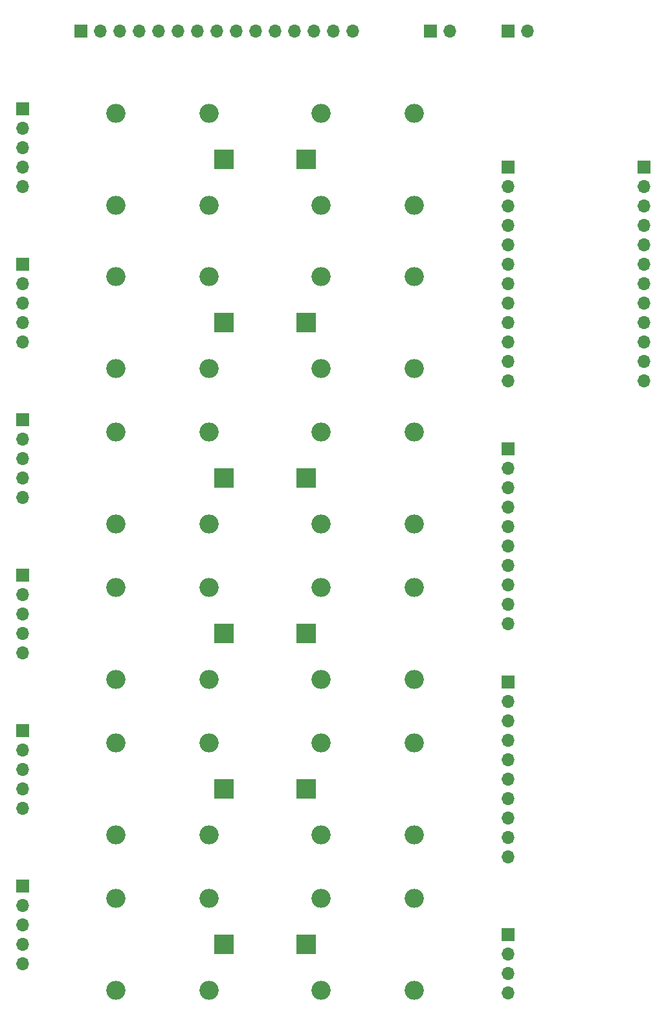
<source format=gbr>
%TF.GenerationSoftware,KiCad,Pcbnew,(6.0.9)*%
%TF.CreationDate,2023-01-03T15:05:35+01:00*%
%TF.ProjectId,BMA,424d412e-6b69-4636-9164-5f7063625858,rev?*%
%TF.SameCoordinates,Original*%
%TF.FileFunction,Soldermask,Bot*%
%TF.FilePolarity,Negative*%
%FSLAX46Y46*%
G04 Gerber Fmt 4.6, Leading zero omitted, Abs format (unit mm)*
G04 Created by KiCad (PCBNEW (6.0.9)) date 2023-01-03 15:05:35*
%MOMM*%
%LPD*%
G01*
G04 APERTURE LIST*
%ADD10R,1.700000X1.700000*%
%ADD11O,1.700000X1.700000*%
%ADD12R,2.500000X2.500000*%
%ADD13O,2.500000X2.500000*%
G04 APERTURE END LIST*
D10*
%TO.C,J7*%
X132080000Y-45720000D03*
D11*
X132080000Y-48260000D03*
X132080000Y-50800000D03*
X132080000Y-53340000D03*
X132080000Y-55880000D03*
X132080000Y-58420000D03*
X132080000Y-60960000D03*
X132080000Y-63500000D03*
X132080000Y-66040000D03*
X132080000Y-68580000D03*
X132080000Y-71120000D03*
X132080000Y-73660000D03*
%TD*%
D10*
%TO.C,J5*%
X50800000Y-58420000D03*
D11*
X50800000Y-60960000D03*
X50800000Y-63500000D03*
X50800000Y-66040000D03*
X50800000Y-68580000D03*
%TD*%
D12*
%TO.C,K4*%
X87892500Y-66040000D03*
D13*
X89892500Y-72040000D03*
X102092500Y-72040000D03*
X102092500Y-60040000D03*
X89892500Y-60040000D03*
%TD*%
D10*
%TO.C,J2*%
X104140000Y-27940000D03*
D11*
X106680000Y-27940000D03*
%TD*%
D10*
%TO.C,J11*%
X50800000Y-99060000D03*
D11*
X50800000Y-101600000D03*
X50800000Y-104140000D03*
X50800000Y-106680000D03*
X50800000Y-109220000D03*
%TD*%
D12*
%TO.C,K11*%
X77207500Y-147320000D03*
D13*
X75207500Y-141320000D03*
X63007500Y-141320000D03*
X63007500Y-153320000D03*
X75207500Y-153320000D03*
%TD*%
D10*
%TO.C,J4*%
X50800000Y-38100000D03*
D11*
X50800000Y-40640000D03*
X50800000Y-43180000D03*
X50800000Y-45720000D03*
X50800000Y-48260000D03*
%TD*%
D12*
%TO.C,K12*%
X87892500Y-147320000D03*
D13*
X89892500Y-153320000D03*
X102092500Y-153320000D03*
X102092500Y-141320000D03*
X89892500Y-141320000D03*
%TD*%
D10*
%TO.C,J8*%
X50800000Y-78740000D03*
D11*
X50800000Y-81280000D03*
X50800000Y-83820000D03*
X50800000Y-86360000D03*
X50800000Y-88900000D03*
%TD*%
D10*
%TO.C,J6*%
X114300000Y-45720000D03*
D11*
X114300000Y-48260000D03*
X114300000Y-50800000D03*
X114300000Y-53340000D03*
X114300000Y-55880000D03*
X114300000Y-58420000D03*
X114300000Y-60960000D03*
X114300000Y-63500000D03*
X114300000Y-66040000D03*
X114300000Y-68580000D03*
X114300000Y-71120000D03*
X114300000Y-73660000D03*
%TD*%
D12*
%TO.C,K1*%
X77207500Y-44712500D03*
D13*
X75207500Y-38712500D03*
X63007500Y-38712500D03*
X63007500Y-50712500D03*
X75207500Y-50712500D03*
%TD*%
D12*
%TO.C,K3*%
X77207500Y-66040000D03*
D13*
X75207500Y-60040000D03*
X63007500Y-60040000D03*
X63007500Y-72040000D03*
X75207500Y-72040000D03*
%TD*%
D12*
%TO.C,K9*%
X77207500Y-127000000D03*
D13*
X75207500Y-121000000D03*
X63007500Y-121000000D03*
X63007500Y-133000000D03*
X75207500Y-133000000D03*
%TD*%
D10*
%TO.C,J12*%
X114300000Y-146060000D03*
D11*
X114300000Y-148600000D03*
X114300000Y-151140000D03*
X114300000Y-153680000D03*
%TD*%
D12*
%TO.C,K6*%
X87892500Y-86360000D03*
D13*
X89892500Y-92360000D03*
X102092500Y-92360000D03*
X102092500Y-80360000D03*
X89892500Y-80360000D03*
%TD*%
D10*
%TO.C,J9*%
X114300000Y-82555000D03*
D11*
X114300000Y-85095000D03*
X114300000Y-87635000D03*
X114300000Y-90175000D03*
X114300000Y-92715000D03*
X114300000Y-95255000D03*
X114300000Y-97795000D03*
X114300000Y-100335000D03*
X114300000Y-102875000D03*
X114300000Y-105415000D03*
%TD*%
D12*
%TO.C,K7*%
X77207500Y-106680000D03*
D13*
X75207500Y-100680000D03*
X63007500Y-100680000D03*
X63007500Y-112680000D03*
X75207500Y-112680000D03*
%TD*%
D10*
%TO.C,J13*%
X50800000Y-119380000D03*
D11*
X50800000Y-121920000D03*
X50800000Y-124460000D03*
X50800000Y-127000000D03*
X50800000Y-129540000D03*
%TD*%
D10*
%TO.C,J14*%
X50800000Y-139700000D03*
D11*
X50800000Y-142240000D03*
X50800000Y-144780000D03*
X50800000Y-147320000D03*
X50800000Y-149860000D03*
%TD*%
D10*
%TO.C,J1*%
X58420000Y-27940000D03*
D11*
X60960000Y-27940000D03*
X63500000Y-27940000D03*
X66040000Y-27940000D03*
X68580000Y-27940000D03*
X71120000Y-27940000D03*
X73660000Y-27940000D03*
X76200000Y-27940000D03*
X78740000Y-27940000D03*
X81280000Y-27940000D03*
X83820000Y-27940000D03*
X86360000Y-27940000D03*
X88900000Y-27940000D03*
X91440000Y-27940000D03*
X93980000Y-27940000D03*
%TD*%
D12*
%TO.C,K10*%
X87892500Y-127000000D03*
D13*
X89892500Y-133000000D03*
X102092500Y-133000000D03*
X102092500Y-121000000D03*
X89892500Y-121000000D03*
%TD*%
D10*
%TO.C,J3*%
X114300000Y-27940000D03*
D11*
X116840000Y-27940000D03*
%TD*%
D10*
%TO.C,J10*%
X114300000Y-113035000D03*
D11*
X114300000Y-115575000D03*
X114300000Y-118115000D03*
X114300000Y-120655000D03*
X114300000Y-123195000D03*
X114300000Y-125735000D03*
X114300000Y-128275000D03*
X114300000Y-130815000D03*
X114300000Y-133355000D03*
X114300000Y-135895000D03*
%TD*%
D12*
%TO.C,K5*%
X77207500Y-86360000D03*
D13*
X75207500Y-80360000D03*
X63007500Y-80360000D03*
X63007500Y-92360000D03*
X75207500Y-92360000D03*
%TD*%
D12*
%TO.C,K2*%
X87892500Y-44712500D03*
D13*
X89892500Y-50712500D03*
X102092500Y-50712500D03*
X102092500Y-38712500D03*
X89892500Y-38712500D03*
%TD*%
D12*
%TO.C,K8*%
X87892500Y-106680000D03*
D13*
X89892500Y-112680000D03*
X102092500Y-112680000D03*
X102092500Y-100680000D03*
X89892500Y-100680000D03*
%TD*%
M02*

</source>
